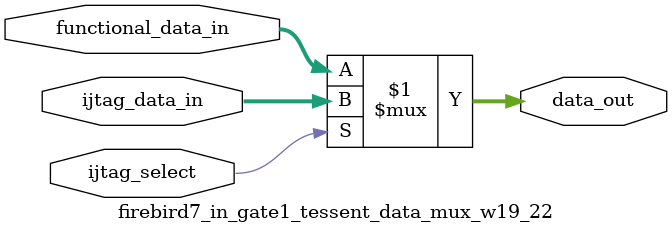
<source format=sv>

module firebird7_in_gate1_tessent_data_mux_w19_22 (
  input wire ijtag_select,
  input wire [18:0]  functional_data_in,
  input wire [18:0]  ijtag_data_in,
  output wire [18:0] data_out
);
assign data_out = (ijtag_select) ? ijtag_data_in : functional_data_in;
endmodule

</source>
